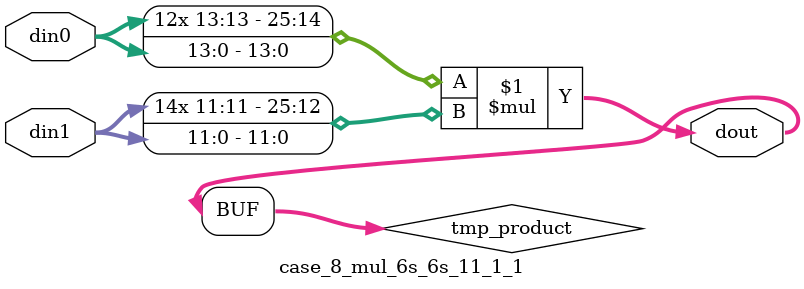
<source format=v>

`timescale 1 ns / 1 ps

 module case_8_mul_6s_6s_11_1_1(din0, din1, dout);
parameter ID = 1;
parameter NUM_STAGE = 0;
parameter din0_WIDTH = 14;
parameter din1_WIDTH = 12;
parameter dout_WIDTH = 26;

input [din0_WIDTH - 1 : 0] din0; 
input [din1_WIDTH - 1 : 0] din1; 
output [dout_WIDTH - 1 : 0] dout;

wire signed [dout_WIDTH - 1 : 0] tmp_product;



























assign tmp_product = $signed(din0) * $signed(din1);








assign dout = tmp_product;





















endmodule

</source>
